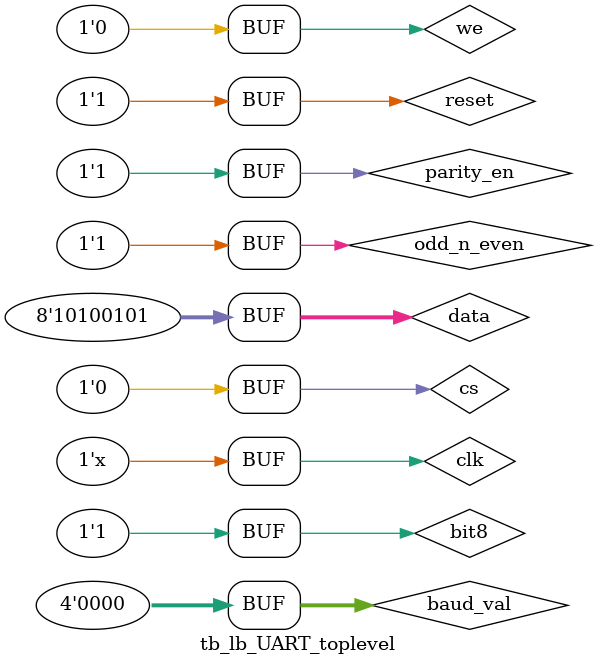
<source format=v>
`timescale 1ns / 1ps


module tb_lb_UART_toplevel;

	// Inputs
	reg clk;
	reg reset;
	reg cs;
	reg we;
	reg [7:0] data;
	reg bit8;
	reg parity_en;
	reg odd_n_even;
	reg [3:0] baud_val;
	
	// Outputs
	wire txrdy;
	wire tx;

	// Instantiate the Unit Under Test (UUT)
	lb_UART_toplevel uut (
		.clk(clk), 
		.reset(reset), 
		.cs(cs), 
		.we(we), 
		.data(data), 
		.bit8(bit8), 
		.parity_en(parity_en), 
		.odd_n_even(odd_n_even), 
		.baud_val(baud_val),
		.txrdy(txrdy), 
		.tx(tx)
	);

	always 
		#5 clk = ~clk;
		
	initial begin
		// Initialize Inputs
		clk = 0;
		reset = 0;
		cs = 1;
		we = 0;
		data = 8'hA5;
		bit8 = 1;
		parity_en = 1;
		odd_n_even = 1;
		baud_val = 4'b0000;
		
		#15
		cs = 0;
		
		#15;
		reset = 1;
		#15;
		we = 1;
		#35;
		we = 0;
		// Wait 100 ns for global reset to finish
		#5000;
		
	end
      
endmodule


</source>
